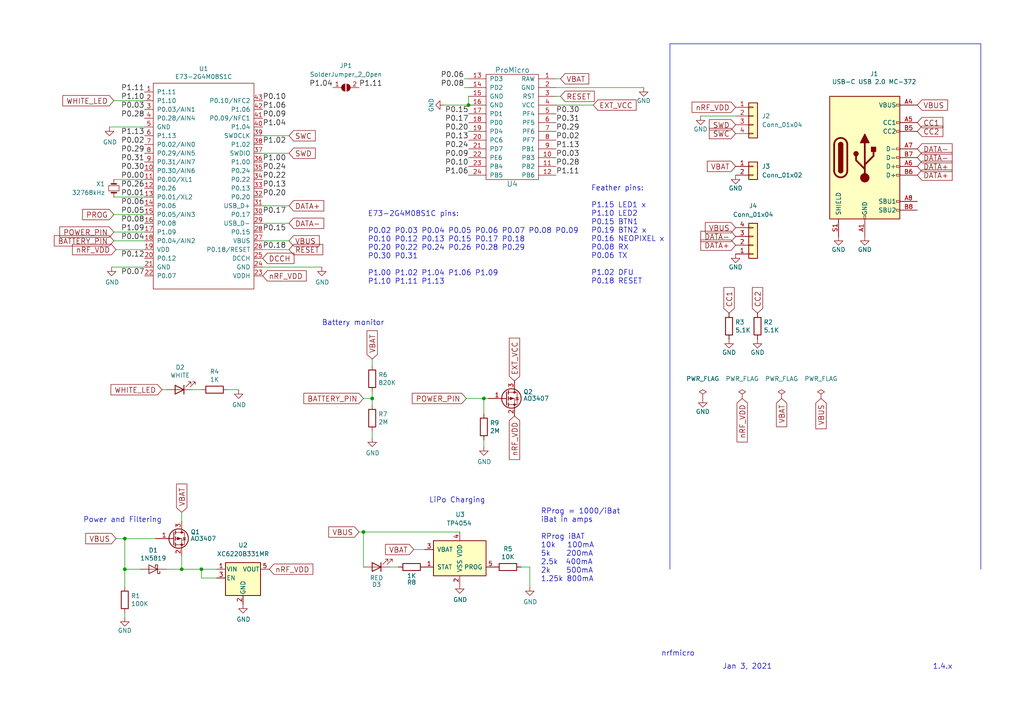
<source format=kicad_sch>
(kicad_sch (version 20230121) (generator eeschema)
  (paper "A4")
  (lib_symbols
    (symbol "Battery_Management:MCP73832-2-OT" (pin_names (offset 1.016))
      (property "Reference" "U" (at -7.62 6.35 0))
      (property "Value" "MCP73832-2-OT" (at 1.27 6.35 0))
      (symbol "MCP73832-2-OT_0_1"
        (rectangle (start -7.62 5.08) (end 7.62 -5.08) (stroke (width 0.254)) (fill (type background)))
      )
      (symbol "MCP73832-2-OT_1_1"
        (pin output line (at 10.16 -2.54 180) (length 2.54) (name "STAT") (number "1"))
        (pin power_in line (at 0 -7.62 90) (length 2.54) (name "VSS") (number "2"))
        (pin power_out line (at 10.16 2.54 180) (length 2.54) (name "VBAT") (number "3"))
        (pin power_in line (at 0 7.62 270) (length 2.54) (name "VDD") (number "4"))
        (pin input line (at -10.16 -2.54 0) (length 2.54) (name "PROG") (number "5"))
      )
    )
    (symbol "Connector:USB_C_Receptacle_USB2.0" (pin_names (offset 1.016))
      (property "Reference" "J" (at -10.16 19.05 0))
      (property "Value" "USB_C_Receptacle_USB2.0" (at 19.05 19.05 0))
      (symbol "USB_C_Receptacle_USB2.0_0_0"
        (rectangle (start -0.254 -17.78) (end 0.254 -16.764))
        (rectangle (start 10.16 -14.986) (end 9.144 -15.494))
        (rectangle (start 10.16 -12.446) (end 9.144 -12.954))
        (rectangle (start 10.16 -4.826) (end 9.144 -5.334))
        (rectangle (start 10.16 -2.286) (end 9.144 -2.794))
        (rectangle (start 10.16 0.254) (end 9.144 -0.254))
        (rectangle (start 10.16 2.794) (end 9.144 2.286))
        (rectangle (start 10.16 7.874) (end 9.144 7.366))
        (rectangle (start 10.16 10.414) (end 9.144 9.906))
        (rectangle (start 10.16 15.494) (end 9.144 14.986))
      )
      (symbol "USB_C_Receptacle_USB2.0_0_1"
        (rectangle (start -10.16 17.78) (end 10.16 -17.78) (stroke (width 0.254)) (fill (type background)))
        (arc (start -8.89 -3.81) (mid -6.985 -5.7067) (end -5.08 -3.81) (stroke (width 0.508)))
        (arc (start -7.62 -3.81) (mid -6.985 -4.4423) (end -6.35 -3.81) (stroke (width 0.254)))
        (arc (start -7.62 -3.81) (mid -6.985 -4.4423) (end -6.35 -3.81) (stroke (width 0.254)) (fill (type outline)))
        (rectangle (start -7.62 -3.81) (end -6.35 3.81) (stroke (width 0.254)) (fill (type outline)))
        (arc (start -6.35 3.81) (mid -6.985 4.4423) (end -7.62 3.81) (stroke (width 0.254)))
        (arc (start -6.35 3.81) (mid -6.985 4.4423) (end -7.62 3.81) (stroke (width 0.254)) (fill (type outline)))
        (arc (start -5.08 3.81) (mid -6.985 5.7067) (end -8.89 3.81) (stroke (width 0.508)))
        (circle (center -2.54 1.143) (radius 0.635) (stroke (width 0.254)) (fill (type outline)))
        (circle (center 0 -5.842) (radius 1.27) (fill (type outline)))
        (polyline (pts (xy -8.89 -3.81) (xy -8.89 3.81)) (stroke (width 0.508)))
        (polyline (pts (xy -5.08 3.81) (xy -5.08 -3.81)) (stroke (width 0.508)))
        (polyline (pts (xy 0 -5.842) (xy 0 4.318)) (stroke (width 0.508)))
        (polyline (pts (xy 0 -3.302) (xy -2.54 -0.762) (xy -2.54 0.508)) (stroke (width 0.508)))
        (polyline (pts (xy 0 -2.032) (xy 2.54 0.508) (xy 2.54 1.778)) (stroke (width 0.508)))
        (polyline (pts (xy -1.27 4.318) (xy 0 6.858) (xy 1.27 4.318) (xy -1.27 4.318)) (stroke (width 0.254)) (fill (type outline)))
        (rectangle (start 1.905 1.778) (end 3.175 3.048) (stroke (width 0.254)) (fill (type outline)))
      )
      (symbol "USB_C_Receptacle_USB2.0_1_1"
        (pin passive line (at 0 -22.86 90) (length 5.08) (name "GND") (number "A1"))
        (pin passive line (at 0 -22.86 90) (length 5.08) hide (name "GND") (number "A12"))
        (pin passive line (at 15.24 15.24 180) (length 5.08) (name "VBUS") (number "A4"))
        (pin bidirectional line (at 15.24 10.16 180) (length 5.08) (name "CC1") (number "A5"))
        (pin bidirectional line (at 15.24 -2.54 180) (length 5.08) (name "D+") (number "A6"))
        (pin bidirectional line (at 15.24 2.54 180) (length 5.08) (name "D-") (number "A7"))
        (pin bidirectional line (at 15.24 -12.7 180) (length 5.08) (name "SBU1") (number "A8"))
        (pin passive line (at 15.24 15.24 180) (length 5.08) hide (name "VBUS") (number "A9"))
        (pin passive line (at 0 -22.86 90) (length 5.08) hide (name "GND") (number "B1"))
        (pin passive line (at 0 -22.86 90) (length 5.08) hide (name "GND") (number "B12"))
        (pin passive line (at 15.24 15.24 180) (length 5.08) hide (name "VBUS") (number "B4"))
        (pin bidirectional line (at 15.24 7.62 180) (length 5.08) (name "CC2") (number "B5"))
        (pin bidirectional line (at 15.24 -5.08 180) (length 5.08) (name "D+") (number "B6"))
        (pin bidirectional line (at 15.24 0 180) (length 5.08) (name "D-") (number "B7"))
        (pin bidirectional line (at 15.24 -15.24 180) (length 5.08) (name "SBU2") (number "B8"))
        (pin passive line (at 15.24 15.24 180) (length 5.08) hide (name "VBUS") (number "B9"))
        (pin passive line (at -7.62 -22.86 90) (length 5.08) (name "SHIELD") (number "S1"))
      )
    )
    (symbol "Connector_Generic:Conn_01x02" (pin_names (offset 1.016) hide)
      (property "Reference" "J" (at 0 2.54 0))
      (property "Value" "Conn_01x02" (at 0 -5.08 0))
      (symbol "Conn_01x02_1_1"
        (rectangle (start -1.27 -2.413) (end 0 -2.667) (stroke (width 0.1524)))
        (rectangle (start -1.27 0.127) (end 0 -0.127) (stroke (width 0.1524)))
        (rectangle (start -1.27 1.27) (end 1.27 -3.81) (stroke (width 0.254)) (fill (type background)))
        (pin passive line (at -5.08 0 0) (length 3.81) (name "Pin_1") (number "1"))
        (pin passive line (at -5.08 -2.54 0) (length 3.81) (name "Pin_2") (number "2"))
      )
    )
    (symbol "Connector_Generic:Conn_01x04" (pin_names (offset 1.016) hide)
      (property "Reference" "J" (at 0 5.08 0))
      (property "Value" "Conn_01x04" (at 0 -7.62 0))
      (symbol "Conn_01x04_1_1"
        (rectangle (start -1.27 -4.953) (end 0 -5.207) (stroke (width 0.1524)))
        (rectangle (start -1.27 -2.413) (end 0 -2.667) (stroke (width 0.1524)))
        (rectangle (start -1.27 0.127) (end 0 -0.127) (stroke (width 0.1524)))
        (rectangle (start -1.27 2.667) (end 0 2.413) (stroke (width 0.1524)))
        (rectangle (start -1.27 3.81) (end 1.27 -6.35) (stroke (width 0.254)) (fill (type background)))
        (pin passive line (at -5.08 2.54 0) (length 3.81) (name "Pin_1") (number "1"))
        (pin passive line (at -5.08 0 0) (length 3.81) (name "Pin_2") (number "2"))
        (pin passive line (at -5.08 -2.54 0) (length 3.81) (name "Pin_3") (number "3"))
        (pin passive line (at -5.08 -5.08 0) (length 3.81) (name "Pin_4") (number "4"))
      )
    )
    (symbol "Device:Crystal_Small" (pin_numbers hide) (pin_names (offset 1.016) hide)
      (property "Reference" "Y" (at 0 2.54 0))
      (property "Value" "Crystal_Small" (at 0 -2.54 0))
      (symbol "Crystal_Small_0_1"
        (rectangle (start -0.762 -1.524) (end 0.762 1.524))
        (polyline (pts (xy -1.27 -0.762) (xy -1.27 0.762)) (stroke (width 0.381)))
        (polyline (pts (xy 1.27 -0.762) (xy 1.27 0.762)) (stroke (width 0.381)))
      )
      (symbol "Crystal_Small_1_1"
        (pin passive line (at -2.54 0 0) (length 1.27) (name "1") (number "1"))
        (pin passive line (at 2.54 0 180) (length 1.27) (name "2") (number "2"))
      )
    )
    (symbol "Device:LED" (pin_numbers hide) (pin_names (offset 1.016) hide)
      (property "Reference" "D" (at 0 2.54 0))
      (property "Value" "LED" (at 0 -2.54 0))
      (symbol "LED_0_1"
        (polyline (pts (xy -1.27 -1.27) (xy -1.27 1.27)) (stroke (width 0.254)))
        (polyline (pts (xy -1.27 0) (xy 1.27 0)))
        (polyline (pts (xy 1.27 -1.27) (xy 1.27 1.27) (xy -1.27 0) (xy 1.27 -1.27)) (stroke (width 0.254)))
        (polyline (pts (xy -3.048 -0.762) (xy -4.572 -2.286) (xy -3.81 -2.286) (xy -4.572 -2.286) (xy -4.572 -1.524)))
        (polyline (pts (xy -1.778 -0.762) (xy -3.302 -2.286) (xy -2.54 -2.286) (xy -3.302 -2.286) (xy -3.302 -1.524)))
      )
      (symbol "LED_1_1"
        (pin passive line (at -3.81 0 0) (length 2.54) (name "K") (number "1"))
        (pin passive line (at 3.81 0 180) (length 2.54) (name "A") (number "2"))
      )
    )
    (symbol "Device:R" (pin_numbers hide) (pin_names (offset 0))
      (property "Reference" "R" (at 2.032 0 90))
      (property "Value" "R" (at 0 0 90))
      (symbol "R_0_1"
        (rectangle (start -1.016 -2.54) (end 1.016 2.54) (stroke (width 0.254)))
      )
      (symbol "R_1_1"
        (pin passive line (at 0 3.81 270) (length 1.27) (name "~") (number "1"))
        (pin passive line (at 0 -3.81 90) (length 1.27) (name "~") (number "2"))
      )
    )
    (symbol "Jumper:SolderJumper_2_Open" (pin_names (offset 0) hide)
      (property "Reference" "JP" (at 0 2.032 0))
      (property "Value" "SolderJumper_2_Open" (at 0 -2.54 0))
      (symbol "SolderJumper_2_Open_0_1"
        (arc (start -0.254 1.016) (mid -1.2656 0) (end -0.254 -1.016))
        (arc (start -0.254 1.016) (mid -1.2656 0) (end -0.254 -1.016) (fill (type outline)))
        (polyline (pts (xy -0.254 1.016) (xy -0.254 -1.016)))
        (polyline (pts (xy 0.254 1.016) (xy 0.254 -1.016)))
        (arc (start 0.254 -1.016) (mid 1.2656 0) (end 0.254 1.016))
        (arc (start 0.254 -1.016) (mid 1.2656 0) (end 0.254 1.016) (fill (type outline)))
      )
      (symbol "SolderJumper_2_Open_1_1"
        (pin passive line (at -3.81 0 0) (length 2.54) (name "A") (number "1"))
        (pin passive line (at 3.81 0 180) (length 2.54) (name "B") (number "2"))
      )
    )
    (symbol "Regulator_Linear:AP2112K-3.3" (pin_names (offset 0.254))
      (property "Reference" "U" (at -5.08 5.715 0))
      (property "Value" "AP2112K-3.3" (at 0 5.715 0))
      (symbol "AP2112K-3.3_0_1"
        (rectangle (start -5.08 4.445) (end 5.08 -5.08) (stroke (width 0.254)) (fill (type background)))
      )
      (symbol "AP2112K-3.3_1_1"
        (pin power_in line (at -7.62 2.54 0) (length 2.54) (name "VIN") (number "1"))
        (pin power_in line (at 0 -7.62 90) (length 2.54) (name "GND") (number "2"))
        (pin input line (at -7.62 0 0) (length 2.54) (name "EN") (number "3"))
        (pin no_connect line (at 5.08 0 180) (length 2.54) hide (name "NC") (number "4"))
        (pin power_out line (at 7.62 2.54 180) (length 2.54) (name "VOUT") (number "5"))
      )
    )
    (symbol "nrfmicro-rescue:BSS83P" (pin_names (offset 0) hide)
      (property "Reference" "Q" (at 5.08 1.905 0))
      (property "Value" "BSS83P" (at 5.08 0 0))
      (symbol "BSS83P_0_1"
        (polyline (pts (xy 0 0) (xy 0.254 0)))
        (polyline (pts (xy 0.762 -1.778) (xy 2.54 -1.778)))
        (polyline (pts (xy 0.762 -1.27) (xy 0.762 -2.286)) (stroke (width 0.254)))
        (polyline (pts (xy 0.762 0) (xy 2.54 0)))
        (polyline (pts (xy 0.762 0.508) (xy 0.762 -0.508)) (stroke (width 0.254)))
        (polyline (pts (xy 0.762 1.778) (xy 2.54 1.778)))
        (polyline (pts (xy 0.762 2.286) (xy 0.762 1.27)) (stroke (width 0.254)))
        (polyline (pts (xy 2.54 -1.778) (xy 2.54 -2.54)))
        (polyline (pts (xy 2.54 -1.778) (xy 2.54 0)))
        (polyline (pts (xy 2.54 2.54) (xy 2.54 1.778)))
        (polyline (pts (xy 0.254 1.905) (xy 0.254 -1.905) (xy 0.254 -1.905)) (stroke (width 0.254)))
        (polyline (pts (xy 2.286 0) (xy 1.27 -0.381) (xy 1.27 0.381) (xy 2.286 0)) (fill (type outline)))
        (polyline (pts (xy 2.54 -1.778) (xy 3.302 -1.778) (xy 3.302 1.778) (xy 2.54 1.778)))
        (polyline (pts (xy 2.794 -0.508) (xy 2.921 -0.381) (xy 3.683 -0.381) (xy 3.81 -0.254)))
        (polyline (pts (xy 3.302 -0.381) (xy 2.921 0.254) (xy 3.683 0.254) (xy 3.302 -0.381)))
        (circle (center 1.651 0) (radius 2.8194) (stroke (width 0.254)))
        (circle (center 2.54 -1.778) (radius 0.2794) (fill (type outline)))
        (circle (center 2.54 1.778) (radius 0.2794) (fill (type outline)))
      )
      (symbol "BSS83P_1_1"
        (pin input line (at -5.08 0 0) (length 5.08) (name "G") (number "1"))
        (pin passive line (at 2.54 -5.08 90) (length 2.54) (name "S") (number "2"))
        (pin passive line (at 2.54 5.08 270) (length 2.54) (name "D") (number "3"))
      )
    )
    (symbol "nrfmicro-rescue:GND" (power) (pin_names (offset 0))
      (property "Value" "GND" (at 0 -3.81 0))
      (symbol "GND_0_1"
        (polyline (pts (xy 0 0) (xy 0 -1.27) (xy 1.27 -1.27) (xy 0 -2.54) (xy -1.27 -1.27) (xy 0 -1.27)))
      )
      (symbol "GND_1_1"
        (pin power_in line (at 0 0 270) (length 0) hide (name "GND") (number "1"))
      )
    )
    (symbol "nrfmicro-rescue:MBR0520" (pin_numbers hide) (pin_names (offset 1.016) hide)
      (property "Reference" "D" (at 0 2.54 0))
      (property "Value" "MBR0520" (at 0 -2.54 0))
      (symbol "MBR0520_0_1"
        (polyline (pts (xy 1.27 0) (xy -1.27 0)))
        (polyline (pts (xy 1.27 1.27) (xy 1.27 -1.27) (xy -1.27 0) (xy 1.27 1.27)) (stroke (width 0.2032)))
        (polyline (pts (xy -1.905 0.635) (xy -1.905 1.27) (xy -1.27 1.27) (xy -1.27 -1.27) (xy -0.635 -1.27) (xy -0.635 -0.635)) (stroke (width 0.2032)))
      )
      (symbol "MBR0520_1_1"
        (pin passive line (at -3.81 0 0) (length 2.54) (name "K") (number "1"))
        (pin passive line (at 3.81 0 180) (length 2.54) (name "A") (number "2"))
      )
    )
    (symbol "nrfmicro-rescue:ProMicro" (pin_names (offset 1.016))
      (property "Reference" "U" (at 0 -21.59 0))
      (property "Value" "ProMicro" (at 0 11.43 0))
      (symbol "ProMicro_0_1"
        (rectangle (start 7.62 10.16) (end -7.62 -20.32))
      )
      (symbol "ProMicro_1_1"
        (pin input line (at 12.7 8.89 180) (length 5.08) (name "RAW") (number "1"))
        (pin input line (at 12.7 -13.97 180) (length 5.08) (name "PB3") (number "10"))
        (pin input line (at 12.7 -16.51 180) (length 5.08) (name "PB2") (number "11"))
        (pin input line (at 12.7 -19.05 180) (length 5.08) (name "PB6") (number "12"))
        (pin input line (at -12.7 8.89 0) (length 5.08) (name "PD3") (number "13"))
        (pin input line (at -12.7 6.35 0) (length 5.08) (name "PD2") (number "14"))
        (pin input line (at -12.7 3.81 0) (length 5.08) (name "GND") (number "15"))
        (pin input line (at -12.7 1.27 0) (length 5.08) (name "GND") (number "16"))
        (pin input line (at -12.7 -1.27 0) (length 5.08) (name "PD1") (number "17"))
        (pin input line (at -12.7 -3.81 0) (length 5.08) (name "PD0") (number "18"))
        (pin input line (at -12.7 -6.35 0) (length 5.08) (name "PD4") (number "19"))
        (pin input line (at 12.7 6.35 180) (length 5.08) (name "GND") (number "2"))
        (pin input line (at -12.7 -8.89 0) (length 5.08) (name "PC6") (number "20"))
        (pin input line (at -12.7 -11.43 0) (length 5.08) (name "PD7") (number "21"))
        (pin input line (at -12.7 -13.97 0) (length 5.08) (name "PE6") (number "22"))
        (pin input line (at -12.7 -16.51 0) (length 5.08) (name "PB4") (number "23"))
        (pin input line (at -12.7 -19.05 0) (length 5.08) (name "PB5") (number "24"))
        (pin input line (at 12.7 3.81 180) (length 5.08) (name "RST") (number "3"))
        (pin input line (at 12.7 1.27 180) (length 5.08) (name "VCC") (number "4"))
        (pin input line (at 12.7 -1.27 180) (length 5.08) (name "PF4") (number "5"))
        (pin input line (at 12.7 -3.81 180) (length 5.08) (name "PF5") (number "6"))
        (pin input line (at 12.7 -6.35 180) (length 5.08) (name "PF6") (number "7"))
        (pin input line (at 12.7 -8.89 180) (length 5.08) (name "PF7") (number "8"))
        (pin input line (at 12.7 -11.43 180) (length 5.08) (name "PB1") (number "9"))
      )
    )
    (symbol "nrfmicro-rescue:R" (pin_numbers hide) (pin_names (offset 0))
      (property "Reference" "R" (at 2.032 0 90))
      (property "Value" "R" (at 0 0 90))
      (symbol "R_0_1"
        (rectangle (start -1.016 -2.54) (end 1.016 2.54) (stroke (width 0.254)))
      )
      (symbol "R_1_1"
        (pin passive line (at 0 3.81 270) (length 1.27) (name "~") (number "1"))
        (pin passive line (at 0 -3.81 90) (length 1.27) (name "~") (number "2"))
      )
    )
    (symbol "nrfmicro:E73-2G4M08S1C-52840" (pin_names (offset 1.016))
      (property "Reference" "U" (at 0 29.21 0))
      (property "Value" "E73-2G4M08S1C-52840" (at 0 -27.94 0))
      (symbol "E73-2G4M08S1C-52840_0_1"
        (rectangle (start -15.24 30.48) (end 13.97 -29.21))
      )
      (symbol "E73-2G4M08S1C-52840_1_1"
        (pin input line (at -17.78 27.94 0) (length 2.54) (name "P1.11") (number "1"))
        (pin input line (at -17.78 5.08 0) (length 2.54) (name "P0.30/AIN6") (number "10"))
        (pin input line (at -17.78 2.54 0) (length 2.54) (name "P0.00/XL1") (number "11"))
        (pin input line (at -17.78 0 0) (length 2.54) (name "P0.26") (number "12"))
        (pin input line (at -17.78 -2.54 0) (length 2.54) (name "P0.01/XL2") (number "13"))
        (pin input line (at -17.78 -5.08 0) (length 2.54) (name "P0.06") (number "14"))
        (pin input line (at -17.78 -7.62 0) (length 2.54) (name "P0.05/AIN3") (number "15"))
        (pin input line (at -17.78 -10.16 0) (length 2.54) (name "P0.08") (number "16"))
        (pin input line (at -17.78 -12.7 0) (length 2.54) (name "P1.09") (number "17"))
        (pin input line (at -17.78 -15.24 0) (length 2.54) (name "P0.04/AIN2") (number "18"))
        (pin power_in line (at -17.78 -17.78 0) (length 2.54) (name "VDD") (number "19"))
        (pin input line (at -17.78 25.4 0) (length 2.54) (name "P1.10") (number "2"))
        (pin input line (at -17.78 -20.32 0) (length 2.54) (name "P0.12") (number "20"))
        (pin power_in line (at -17.78 -22.86 0) (length 2.54) (name "GND") (number "21"))
        (pin input line (at -17.78 -25.4 0) (length 2.54) (name "P0.07") (number "22"))
        (pin power_in line (at 16.51 -25.4 180) (length 2.54) (name "VDDH") (number "23"))
        (pin power_in line (at 16.51 -22.86 180) (length 2.54) (name "GND") (number "24"))
        (pin power_out line (at 16.51 -20.32 180) (length 2.54) (name "DCCH") (number "25"))
        (pin input line (at 16.51 -17.78 180) (length 2.54) (name "P0.18/RESET") (number "26"))
        (pin power_in line (at 16.51 -15.24 180) (length 2.54) (name "VBUS") (number "27"))
        (pin power_in line (at 16.51 -12.7 180) (length 2.54) (name "P0.15") (number "28"))
        (pin input line (at 16.51 -10.16 180) (length 2.54) (name "USB_D-") (number "29"))
        (pin input line (at -17.78 22.86 0) (length 2.54) (name "P0.03/AIN1") (number "3"))
        (pin input line (at 16.51 -7.62 180) (length 2.54) (name "P0.17") (number "30"))
        (pin input line (at 16.51 -5.08 180) (length 2.54) (name "USB_D+") (number "31"))
        (pin input line (at 16.51 -2.54 180) (length 2.54) (name "P0.20") (number "32"))
        (pin input line (at 16.51 0 180) (length 2.54) (name "P0.13") (number "33"))
        (pin input line (at 16.51 2.54 180) (length 2.54) (name "P0.22") (number "34"))
        (pin input line (at 16.51 5.08 180) (length 2.54) (name "P0.24") (number "35"))
        (pin input line (at 16.51 7.62 180) (length 2.54) (name "P1.00") (number "36"))
        (pin input line (at 16.51 10.16 180) (length 2.54) (name "SWDIO") (number "37"))
        (pin input line (at 16.51 12.7 180) (length 2.54) (name "P1.02") (number "38"))
        (pin input line (at 16.51 15.24 180) (length 2.54) (name "SWDCLK") (number "39"))
        (pin input line (at -17.78 20.32 0) (length 2.54) (name "P0.28/AIN4") (number "4"))
        (pin input line (at 16.51 17.78 180) (length 2.54) (name "P1.04") (number "40"))
        (pin input line (at 16.51 20.32 180) (length 2.54) (name "P0.09/NFC1") (number "41"))
        (pin input line (at 16.51 22.86 180) (length 2.54) (name "P1.06") (number "42"))
        (pin input line (at 16.51 25.4 180) (length 2.54) (name "P0.10/NFC2") (number "43"))
        (pin power_in line (at -17.78 17.78 0) (length 2.54) (name "GND") (number "5"))
        (pin input line (at -17.78 15.24 0) (length 2.54) (name "P1.13") (number "6"))
        (pin input line (at -17.78 12.7 0) (length 2.54) (name "P0.02/AIN0") (number "7"))
        (pin input line (at -17.78 10.16 0) (length 2.54) (name "P0.29/AIN5") (number "8"))
        (pin input line (at -17.78 7.62 0) (length 2.54) (name "P0.31/AIN7") (number "9"))
      )
    )
    (symbol "power:GND" (power) (pin_names (offset 0))
      (property "Value" "GND" (at 0 -3.81 0))
      (symbol "GND_0_1"
        (polyline (pts (xy 0 0) (xy 0 -1.27) (xy 1.27 -1.27) (xy 0 -2.54) (xy -1.27 -1.27) (xy 0 -1.27)))
      )
      (symbol "GND_1_1"
        (pin power_in line (at 0 0 270) (length 0) hide (name "GND") (number "1"))
      )
    )
    (symbol "power:PWR_FLAG" (power) (pin_numbers hide) (pin_names (offset 0) hide)
      (property "Value" "PWR_FLAG" (at 0 3.81 0))
      (symbol "PWR_FLAG_0_0"
        (pin power_out line (at 0 0 90) (length 0) (name "pwr") (number "1"))
      )
      (symbol "PWR_FLAG_0_1"
        (polyline (pts (xy 0 0) (xy 0 1.27) (xy -1.016 1.905) (xy 0 2.54) (xy 1.016 1.905) (xy 0 1.27)))
      )
    )
  )
  (junction (at 135.89 30.48))
  (junction (at 107.95 115.57))
  (junction (at 140.335 115.57))
  (junction (at 36.195 156.21))
  (junction (at 58.42 165.1))
  (junction (at 105.41 154.305))
  (junction (at 52.705 165.1))
  (junction (at 36.195 165.1))
  (wire (pts (xy 120.015 159.385) (xy 123.19 159.385)))
  (wire (pts (xy 83.82 72.39) (xy 76.2 72.39)))
  (wire (pts (xy 161.29 22.86) (xy 162.56 22.86)))
  (wire (pts (xy 107.95 125.095) (xy 107.95 127)))
  (wire (pts (xy 104.14 154.305) (xy 105.41 154.305)))
  (wire (pts (xy 161.29 27.94) (xy 162.56 27.94)))
  (wire (pts (xy 33.02 62.23) (xy 41.91 62.23)))
  (wire (pts (xy 41.91 29.21) (xy 33.02 29.21)))
  (polyline (pts (xy 194.31 12.7) (xy 284.48 12.7)))
  (wire (pts (xy 36.195 177.8) (xy 36.195 179.07)))
  (wire (pts (xy 161.29 30.48) (xy 172.085 30.48)))
  (wire (pts (xy 105.41 164.465) (xy 105.41 154.305)))
  (wire (pts (xy 55.88 113.03) (xy 58.42 113.03)))
  (wire (pts (xy 140.335 115.57) (xy 141.605 115.57)))
  (wire (pts (xy 83.82 69.85) (xy 76.2 69.85)))
  (wire (pts (xy 58.42 167.64) (xy 58.42 165.1)))
  (wire (pts (xy 33.02 57.15) (xy 41.91 57.15)))
  (wire (pts (xy 140.335 127.635) (xy 140.335 129.54)))
  (polyline (pts (xy 194.31 165.1) (xy 194.31 12.7)))
  (wire (pts (xy 135.255 115.57) (xy 140.335 115.57)))
  (wire (pts (xy 36.195 165.1) (xy 36.195 170.18)))
  (wire (pts (xy 83.82 44.45) (xy 76.2 44.45)))
  (wire (pts (xy 83.82 64.77) (xy 76.2 64.77)))
  (wire (pts (xy 151.13 164.465) (xy 153.67 164.465)))
  (wire (pts (xy 33.02 52.07) (xy 41.91 52.07)))
  (wire (pts (xy 52.705 148.59) (xy 52.705 151.13)))
  (wire (pts (xy 36.195 156.21) (xy 33.655 156.21)))
  (wire (pts (xy 203.2 33.655) (xy 213.36 33.655)))
  (wire (pts (xy 41.91 77.47) (xy 32.385 77.47)))
  (wire (pts (xy 105.41 115.57) (xy 107.95 115.57)))
  (wire (pts (xy 113.03 164.465) (xy 115.57 164.465)))
  (wire (pts (xy 52.705 165.1) (xy 58.42 165.1)))
  (wire (pts (xy 135.89 27.94) (xy 135.89 30.48)))
  (wire (pts (xy 36.195 165.1) (xy 40.64 165.1)))
  (polyline (pts (xy 284.48 12.7) (xy 284.48 165.1)))
  (wire (pts (xy 52.705 161.29) (xy 52.705 165.1)))
  (wire (pts (xy 134.62 25.4) (xy 135.89 25.4)))
  (wire (pts (xy 161.29 25.4) (xy 186.69 25.4)))
  (wire (pts (xy 76.2 77.47) (xy 93.345 77.47)))
  (wire (pts (xy 135.89 30.48) (xy 128.905 30.48)))
  (wire (pts (xy 36.195 156.21) (xy 36.195 165.1)))
  (wire (pts (xy 62.865 167.64) (xy 58.42 167.64)))
  (wire (pts (xy 105.41 154.305) (xy 133.35 154.305)))
  (wire (pts (xy 83.82 59.69) (xy 76.2 59.69)))
  (wire (pts (xy 48.26 165.1) (xy 52.705 165.1)))
  (wire (pts (xy 107.95 104.14) (xy 107.95 106.045)))
  (wire (pts (xy 41.91 69.85) (xy 33.02 69.85)))
  (wire (pts (xy 83.82 39.37) (xy 76.2 39.37)))
  (wire (pts (xy 31.75 36.83) (xy 41.91 36.83)))
  (wire (pts (xy 46.99 113.03) (xy 48.26 113.03)))
  (wire (pts (xy 33.02 67.31) (xy 41.91 67.31)))
  (wire (pts (xy 41.91 72.39) (xy 33.655 72.39)))
  (wire (pts (xy 66.04 113.03) (xy 69.215 113.03)))
  (wire (pts (xy 107.95 113.665) (xy 107.95 115.57)))
  (wire (pts (xy 153.67 164.465) (xy 153.67 170.18)))
  (wire (pts (xy 134.62 22.86) (xy 135.89 22.86)))
  (wire (pts (xy 140.335 120.015) (xy 140.335 115.57)))
  (wire (pts (xy 36.195 156.21) (xy 45.085 156.21)))
  (wire (pts (xy 107.95 115.57) (xy 107.95 117.475)))
  (wire (pts (xy 58.42 165.1) (xy 62.865 165.1)))
  (text "LiPo Charging\n" (at 124.46 146.05 0) (effects (font (size 1.524 1.524)) (justify left bottom)))
  (text "Jan 3, 2021" (at 209.55 194.31 0) (effects (font (size 1.524 1.524)) (justify left bottom)))
  (text "1.4.x" (at 270.51 194.31 0) (effects (font (size 1.524 1.524)) (justify left bottom)))
  (text "RProg = 1000/iBat\niBat in amps\n\nRProg iBAT\n10k   100mA\n5k    200mA\n2.5k  400mA\n2k    500mA\n1.25k 800mA" (at 156.845 168.91 0) (effects (font (size 1.524 1.524)) (justify left bottom)))
  (text "Power and Filtering" (at 24.13 151.765 0) (effects (font (size 1.524 1.524)) (justify left bottom)))
  (text "nrfmicro" (at 191.77 190.5 0) (effects (font (size 1.524 1.524)) (justify left bottom)))
  (text "Battery monitor" (at 93.345 94.615 0) (effects (font (size 1.524 1.524)) (justify left bottom)))
  (text "E73-2G4M08S1C pins:\n\nP0.02 P0.03 P0.04 P0.05 P0.06 P0.07 P0.08 P0.09\nP0.10 P0.12 P0.13 P0.15 P0.17 P0.18\nP0.20 P0.22 P0.24 P0.26 P0.28 P0.29\nP0.30 P0.31\n\nP1.00 P1.02 P1.04 P1.06 P1.09\nP1.10 P1.11 P1.13\n\n" (at 106.68 85.09 0) (effects (font (size 1.524 1.524)) (justify left bottom)))
  (text "Feather pins:\n\nP1.15 LED1 x\nP1.10 LED2\nP0.15 BTN1\nP0.19 BTN2 x\nP0.16 NEOPIXEL x\nP0.08 RX\nP0.06 TX\n\nP1.02 DFU\nP0.18 RESET\n" (at 171.45 82.55 0) (effects (font (size 1.524 1.524)) (justify left bottom)))
  (label "P0.15" (at 76.2 67.31 0) (effects (font (size 1.524 1.524))))
  (label "P0.15" (at 135.89 33.02 180) (effects (font (size 1.524 1.524))))
  (label "P0.03" (at 161.29 45.72 0) (effects (font (size 1.524 1.524))))
  (label "P0.28" (at 41.91 34.29 180) (effects (font (size 1.524 1.524))))
  (label "P0.26" (at 41.91 54.61 180) (effects (font (size 1.524 1.524))))
  (label "P0.29" (at 41.91 44.45 180) (effects (font (size 1.524 1.524))))
  (label "P0.08" (at 134.62 25.4 180) (effects (font (size 1.524 1.524))))
  (label "P0.06" (at 41.91 59.69 180) (effects (font (size 1.524 1.524))))
  (label "P0.30" (at 41.91 49.53 180) (effects (font (size 1.524 1.524))))
  (label "P1.06" (at 135.89 50.8 180) (effects (font (size 1.524 1.524))))
  (label "P0.04" (at 41.91 69.85 180) (effects (font (size 1.524 1.524))))
  (label "P0.29" (at 161.29 38.1 0) (effects (font (size 1.524 1.524))))
  (label "P0.12" (at 41.91 74.93 180) (effects (font (size 1.524 1.524))))
  (label "P0.10" (at 135.89 48.26 180) (effects (font (size 1.524 1.524))))
  (label "P0.08" (at 41.91 64.77 180) (effects (font (size 1.524 1.524))))
  (label "P0.22" (at 76.2 52.07 0) (effects (font (size 1.524 1.524))))
  (label "P0.17" (at 76.2 62.23 0) (effects (font (size 1.524 1.524))))
  (label "P1.11" (at 161.29 50.8 0) (effects (font (size 1.524 1.524))))
  (label "P0.20" (at 76.2 57.15 0) (effects (font (size 1.524 1.524))))
  (label "P1.09" (at 41.91 67.31 180) (effects (font (size 1.524 1.524))))
  (label "P0.24" (at 135.89 43.18 180) (effects (font (size 1.524 1.524))))
  (label "P1.02" (at 76.2 41.91 0) (effects (font (size 1.524 1.524))))
  (label "P0.31" (at 161.29 35.56 0) (effects (font (size 1.524 1.524))))
  (label "P1.11" (at 41.91 26.67 180) (effects (font (size 1.524 1.524))))
  (label "P1.04" (at 76.2 36.83 0) (effects (font (size 1.524 1.524))))
  (label "P0.24" (at 76.2 49.53 0) (effects (font (size 1.524 1.524))))
  (label "P1.13" (at 161.29 43.18 0) (effects (font (size 1.524 1.524))))
  (label "P0.09" (at 135.89 45.72 180) (effects (font (size 1.524 1.524))))
  (label "P1.11" (at 104.14 25.4 0) (effects (font (size 1.524 1.524))))
  (label "P0.00" (at 41.91 52.07 180) (effects (font (size 1.524 1.524))))
  (label "P0.02" (at 161.29 40.64 0) (effects (font (size 1.524 1.524))))
  (label "P0.05" (at 41.91 62.23 180) (effects (font (size 1.524 1.524))))
  (label "P0.20" (at 135.89 38.1 180) (effects (font (size 1.524 1.524))))
  (label "P1.13" (at 41.91 39.37 180) (effects (font (size 1.524 1.524))))
  (label "P0.30" (at 161.29 33.02 0) (effects (font (size 1.524 1.524))))
  (label "P0.17" (at 135.89 35.56 180) (effects (font (size 1.524 1.524))))
  (label "P0.13" (at 135.89 40.64 180) (effects (font (size 1.524 1.524))))
  (label "P0.06" (at 134.62 22.86 180) (effects (font (size 1.524 1.524))))
  (label "P0.09" (at 76.2 34.29 0) (effects (font (size 1.524 1.524))))
  (label "P1.06" (at 76.2 31.75 0) (effects (font (size 1.524 1.524))))
  (label "P0.31" (at 41.91 46.99 180) (effects (font (size 1.524 1.524))))
  (label "P0.07" (at 41.91 80.01 180) (effects (font (size 1.524 1.524))))
  (label "P0.28" (at 161.29 48.26 0) (effects (font (size 1.524 1.524))))
  (label "P0.10" (at 76.2 29.21 0) (effects (font (size 1.524 1.524))))
  (label "P1.10" (at 41.91 29.21 180) (effects (font (size 1.524 1.524))))
  (label "P1.00" (at 76.2 46.99 0) (effects (font (size 1.524 1.524))))
  (label "P0.18" (at 76.2 72.39 0) (effects (font (size 1.524 1.524))))
  (label "P0.03" (at 41.91 31.75 180) (effects (font (size 1.524 1.524))))
  (label "P1.04" (at 96.52 25.4 180) (effects (font (size 1.524 1.524))))
  (label "P0.01" (at 41.91 57.15 180) (effects (font (size 1.524 1.524))))
  (label "P0.13" (at 76.2 54.61 0) (effects (font (size 1.524 1.524))))
  (label "P0.02" (at 41.91 41.91 180) (effects (font (size 1.524 1.524))))
  (global_label "nRF_VDD" (shape input) (at 149.225 120.65 270) (effects (font (size 1.524 1.524))) (property "Intersheetrefs" "${INTERSHEET_REFS}" (effects hide)))
  (global_label "VBUS" (shape input) (at 238.125 115.57 270) (effects (font (size 1.524 1.524))) (property "Intersheetrefs" "${INTERSHEET_REFS}" (effects hide)))
  (global_label "POWER_PIN" (shape input) (at 135.255 115.57 180) (effects (font (size 1.524 1.524))) (property "Intersheetrefs" "${INTERSHEET_REFS}" (effects hide)))
  (global_label "DATA-" (shape input) (at 83.82 64.77 0) (effects (font (size 1.524 1.524))) (property "Intersheetrefs" "${INTERSHEET_REFS}" (effects hide)))
  (global_label "nRF_VDD" (shape input) (at 33.655 72.39 180) (effects (font (size 1.524 1.524))) (property "Intersheetrefs" "${INTERSHEET_REFS}" (effects hide)))
  (global_label "SWC" (shape input) (at 83.82 39.37 0) (effects (font (size 1.524 1.524))) (property "Intersheetrefs" "${INTERSHEET_REFS}" (effects hide)))
  (global_label "VBUS" (shape input) (at 266.065 30.48 0) (effects (font (size 1.524 1.524))) (property "Intersheetrefs" "${INTERSHEET_REFS}" (effects hide)))
  (global_label "CC1" (shape input) (at 211.455 90.805 90) (effects (font (size 1.524 1.524))) (property "Intersheetrefs" "${INTERSHEET_REFS}" (effects hide)))
  (global_label "DATA+" (shape input) (at 266.065 50.8 0) (effects (font (size 1.524 1.524))) (property "Intersheetrefs" "${INTERSHEET_REFS}" (effects hide)))
  (global_label "nRF_VDD" (shape input) (at 213.36 31.115 180) (effects (font (size 1.524 1.524))) (property "Intersheetrefs" "${INTERSHEET_REFS}" (effects hide)))
  (global_label "CC2" (shape input) (at 266.065 38.1 0) (effects (font (size 1.524 1.524))) (property "Intersheetrefs" "${INTERSHEET_REFS}" (effects hide)))
  (global_label "CC2" (shape input) (at 219.71 90.805 90) (effects (font (size 1.524 1.524))) (property "Intersheetrefs" "${INTERSHEET_REFS}" (effects hide)))
  (global_label "VBAT" (shape input) (at 226.695 115.57 270) (effects (font (size 1.524 1.524))) (property "Intersheetrefs" "${INTERSHEET_REFS}" (effects hide)))
  (global_label "VBUS" (shape input) (at 33.655 156.21 180) (effects (font (size 1.524 1.524))) (property "Intersheetrefs" "${INTERSHEET_REFS}" (effects hide)))
  (global_label "SWD" (shape input) (at 213.36 36.195 180) (effects (font (size 1.524 1.524))) (property "Intersheetrefs" "${INTERSHEET_REFS}" (effects hide)))
  (global_label "VBAT" (shape input) (at 213.36 48.26 180) (effects (font (size 1.524 1.524))) (property "Intersheetrefs" "${INTERSHEET_REFS}" (effects hide)))
  (global_label "DCCH" (shape input) (at 76.2 74.93 0) (effects (font (size 1.524 1.524))) (property "Intersheetrefs" "${INTERSHEET_REFS}" (effects hide)))
  (global_label "DATA-" (shape input) (at 213.36 68.58 180) (effects (font (size 1.524 1.524))) (property "Intersheetrefs" "${INTERSHEET_REFS}" (effects hide)))
  (global_label "POWER_PIN" (shape input) (at 33.02 67.31 180) (effects (font (size 1.524 1.524))) (property "Intersheetrefs" "${INTERSHEET_REFS}" (effects hide)))
  (global_label "nRF_VDD" (shape input) (at 76.2 80.01 0) (effects (font (size 1.524 1.524))) (property "Intersheetrefs" "${INTERSHEET_REFS}" (effects hide)))
  (global_label "CC1" (shape input) (at 266.065 35.56 0) (effects (font (size 1.524 1.524))) (property "Intersheetrefs" "${INTERSHEET_REFS}" (effects hide)))
  (global_label "nRF_VDD" (shape input) (at 78.105 165.1 0) (effects (font (size 1.524 1.524))) (property "Intersheetrefs" "${INTERSHEET_REFS}" (effects hide)))
  (global_label "VBUS" (shape input) (at 83.82 69.85 0) (effects (font (size 1.524 1.524))) (property "Intersheetrefs" "${INTERSHEET_REFS}" (effects hide)))
  (global_label "RESET" (shape input) (at 83.82 72.39 0) (effects (font (size 1.524 1.524))) (property "Intersheetrefs" "${INTERSHEET_REFS}" (effects hide)))
  (global_label "VBAT" (shape input) (at 107.95 104.14 90) (effects (font (size 1.524 1.524))) (property "Intersheetrefs" "${INTERSHEET_REFS}" (effects hide)))
  (global_label "SWC" (shape input) (at 213.36 38.735 180) (effects (font (size 1.524 1.524))) (property "Intersheetrefs" "${INTERSHEET_REFS}" (effects hide)))
  (global_label "SWD" (shape input) (at 83.82 44.45 0) (effects (font (size 1.524 1.524))) (property "Intersheetrefs" "${INTERSHEET_REFS}" (effects hide)))
  (global_label "nRF_VDD" (shape input) (at 215.265 115.57 270) (effects (font (size 1.524 1.524))) (property "Intersheetrefs" "${INTERSHEET_REFS}" (effects hide)))
  (global_label "VBAT" (shape input) (at 162.56 22.86 0) (effects (font (size 1.524 1.524))) (property "Intersheetrefs" "${INTERSHEET_REFS}" (effects hide)))
  (global_label "VBUS" (shape input) (at 213.36 66.04 180) (effects (font (size 1.524 1.524))) (property "Intersheetrefs" "${INTERSHEET_REFS}" (effects hide)))
  (global_label "BATTERY_PIN" (shape input) (at 105.41 115.57 180) (effects (font (size 1.524 1.524))) (property "Intersheetrefs" "${INTERSHEET_REFS}" (effects hide)))
  (global_label "VBUS" (shape input) (at 104.14 154.305 180) (effects (font (size 1.524 1.524))) (property "Intersheetrefs" "${INTERSHEET_REFS}" (effects hide)))
  (global_label "WHITE_LED" (shape input) (at 33.02 29.21 180) (effects (font (size 1.524 1.524))) (property "Intersheetrefs" "${INTERSHEET_REFS}" (effects hide)))
  (global_label "DATA+" (shape input) (at 213.36 71.12 180) (effects (font (size 1.524 1.524))) (property "Intersheetrefs" "${INTERSHEET_REFS}" (effects hide)))
  (global_label "DATA+" (shape input) (at 266.065 48.26 0) (effects (font (size 1.524 1.524))) (property "Intersheetrefs" "${INTERSHEET_REFS}" (effects hide)))
  (global_label "DATA+" (shape input) (at 83.82 59.69 0) (effects (font (size 1.524 1.524))) (property "Intersheetrefs" "${INTERSHEET_REFS}" (effects hide)))
  (global_label "DATA-" (shape input) (at 266.065 45.72 0) (effects (font (size 1.524 1.524))) (property "Intersheetrefs" "${INTERSHEET_REFS}" (effects hide)))
  (global_label "DATA-" (shape input) (at 266.065 43.18 0) (effects (font (size 1.524 1.524))) (property "Intersheetrefs" "${INTERSHEET_REFS}" (effects hide)))
  (global_label "EXT_VCC" (shape input) (at 149.225 110.49 90) (effects (font (size 1.524 1.524))) (property "Intersheetrefs" "${INTERSHEET_REFS}" (effects hide)))
  (global_label "BATTERY_PIN" (shape input) (at 33.02 69.85 180) (effects (font (size 1.524 1.524))) (property "Intersheetrefs" "${INTERSHEET_REFS}" (effects hide)))
  (global_label "VBAT" (shape input) (at 120.015 159.385 180) (effects (font (size 1.524 1.524))) (property "Intersheetrefs" "${INTERSHEET_REFS}" (effects hide)))
  (global_label "EXT_VCC" (shape input) (at 172.085 30.48 0) (effects (font (size 1.524 1.524))) (property "Intersheetrefs" "${INTERSHEET_REFS}" (effects hide)))
  (global_label "WHITE_LED" (shape input) (at 46.99 113.03 180) (effects (font (size 1.524 1.524))) (property "Intersheetrefs" "${INTERSHEET_REFS}" (effects hide)))
  (global_label "PROG" (shape input) (at 33.02 62.23 180) (effects (font (size 1.524 1.524))) (property "Intersheetrefs" "${INTERSHEET_REFS}" (effects hide)))
  (global_label "RESET" (shape input) (at 162.56 27.94 0) (effects (font (size 1.524 1.524))) (property "Intersheetrefs" "${INTERSHEET_REFS}" (effects hide)))
  (global_label "VBAT" (shape input) (at 52.705 148.59 90) (effects (font (size 1.524 1.524))) (property "Intersheetrefs" "${INTERSHEET_REFS}" (effects hide)))
  (symbol (lib_id "nrfmicro-rescue:ProMicro") (at 148.59 31.75 0) (unit 1) (in_bom no)
    (property "Reference" "U4" (at 148.59 53.34 0) (effects (font (size 1.524 1.524))))
    (property "Value" "ProMicro" (at 148.59 20.32 0) (effects (font (size 1.524 1.524))))
    (property "Footprint" "nrfmicro:pro_micro" (effects hide))
  )
  (symbol (lib_id "nrfmicro-rescue:MBR0520") (at 44.45 165.1 180) (unit 1)
    (property "Reference" "D1" (at 44.45 159.6136 0))
    (property "Value" "1N5819" (at 44.45 161.925 0))
    (property "Footprint" "Diode_SMD:D_SOD-323F" (effects hide))
  )
  (symbol (lib_id "nrfmicro-rescue:BSS83P") (at 50.165 156.21 0) (unit 1)
    (property "Reference" "Q1" (at 55.245 154.305 0) (effects (justify left)))
    (property "Value" "AO3407" (at 55.245 156.21 0) (effects (justify left)))
    (property "Footprint" "Package_TO_SOT_SMD:SOT-23" (effects hide))
    (property "JLCPCB Rotation Offset" "180" (effects hide))
  )
  (symbol (lib_id "nrfmicro-rescue:R") (at 36.195 173.99 0) (unit 1)
    (property "Reference" "R1" (at 37.973 172.8216 0) (effects (justify left)))
    (property "Value" "100K" (at 37.973 175.133 0) (effects (justify left)))
    (property "Footprint" "Resistor_SMD:R_0402_1005Metric" (effects hide))
  )
  (symbol (lib_id "nrfmicro-rescue:GND") (at 36.195 179.07 0) (unit 1)
    (property "Reference" "#PWR017" (effects hide))
    (property "Value" "GND" (at 36.195 182.88 0))
  )
  (symbol (lib_id "nrfmicro:E73-2G4M08S1C-52840") (at 59.69 54.61 0) (unit 1)
    (property "Reference" "U1" (at 59.055 19.939 0))
    (property "Value" "E73-2G4M08S1C" (at 59.055 22.2504 0))
    (property "Footprint" "nrfmicro:E73-2G4M08S1C-52840" (effects hide))
  )
  (symbol (lib_id "Connector:USB_C_Receptacle_USB2.0") (at 250.825 45.72 0) (unit 1)
    (property "Reference" "J1" (at 253.5428 21.4122 0))
    (property "Value" "USB-C USB 2.0 MC-372" (at 253.5428 23.7236 0))
    (property "Footprint" "custom:GT-USB-7047B" (effects hide))
    (property "Datasheet" "https://www.usb.org/sites/default/files/documents/usb_type-c.zip" (effects hide))
    (property "LCSC" "C963217" (effects hide))
  )
  (symbol (lib_id "power:GND") (at 133.35 169.545 0) (unit 1)
    (property "Reference" "#PWR0103" (effects hide))
    (property "Value" "GND" (at 133.477 173.9392 0))
  )
  (symbol (lib_id "power:GND") (at 31.75 36.83 0) (unit 1)
    (property "Reference" "#PWR0107" (effects hide))
    (property "Value" "GND" (at 31.877 41.2242 0))
  )
  (symbol (lib_id "power:GND") (at 32.385 77.47 0) (unit 1)
    (property "Reference" "#PWR0108" (effects hide))
    (property "Value" "GND" (at 32.512 81.8642 0))
  )
  (symbol (lib_id "power:GND") (at 93.345 77.47 0) (unit 1)
    (property "Reference" "#PWR0109" (effects hide))
    (property "Value" "GND" (at 93.472 81.8642 0))
  )
  (symbol (lib_id "Device:R") (at 211.455 94.615 0) (unit 1)
    (property "Reference" "R3" (at 213.233 93.4466 0) (effects (justify left)))
    (property "Value" "5.1K" (at 213.233 95.758 0) (effects (justify left)))
    (property "Footprint" "Resistor_SMD:R_0402_1005Metric" (effects hide))
  )
  (symbol (lib_id "Device:R") (at 219.71 94.615 0) (unit 1)
    (property "Reference" "R2" (at 221.488 93.4466 0) (effects (justify left)))
    (property "Value" "5.1K" (at 221.488 95.758 0) (effects (justify left)))
    (property "Footprint" "Resistor_SMD:R_0402_1005Metric" (effects hide))
  )
  (symbol (lib_id "nrfmicro-rescue:GND") (at 219.71 98.425 0) (unit 1)
    (property "Reference" "#PWR0101" (effects hide))
    (property "Value" "GND" (at 219.71 102.235 0))
  )
  (symbol (lib_id "nrfmicro-rescue:GND") (at 211.455 98.425 0) (unit 1)
    (property "Reference" "#PWR0110" (effects hide))
    (property "Value" "GND" (at 211.455 102.235 0))
  )
  (symbol (lib_id "nrfmicro-rescue:GND") (at 250.825 68.58 0) (unit 1)
    (property "Reference" "#PWR0111" (effects hide))
    (property "Value" "GND" (at 250.825 72.39 0))
  )
  (symbol (lib_id "Device:R") (at 107.95 109.855 0) (unit 1)
    (property "Reference" "R6" (at 109.728 108.6866 0) (effects (justify left)))
    (property "Value" "820K" (at 109.728 110.998 0) (effects (justify left)))
    (property "Footprint" "Resistor_SMD:R_0402_1005Metric" (effects hide))
  )
  (symbol (lib_id "Device:R") (at 107.95 121.285 0) (unit 1)
    (property "Reference" "R7" (at 109.728 120.1166 0) (effects (justify left)))
    (property "Value" "2M" (at 109.728 122.428 0) (effects (justify left)))
    (property "Footprint" "Resistor_SMD:R_0402_1005Metric" (effects hide))
  )
  (symbol (lib_id "nrfmicro-rescue:GND") (at 107.95 127 0) (unit 1)
    (property "Reference" "#PWR0102" (effects hide))
    (property "Value" "GND" (at 108.077 131.3942 0))
  )
  (symbol (lib_id "nrfmicro-rescue:GND") (at 186.69 25.4 0) (unit 1)
    (property "Reference" "#PWR0113" (effects hide))
    (property "Value" "GND" (at 186.69 29.21 0))
  )
  (symbol (lib_id "nrfmicro-rescue:GND") (at 128.905 30.48 270) (unit 1)
    (property "Reference" "#PWR0115" (effects hide))
    (property "Value" "GND" (at 125.095 30.48 0))
  )
  (symbol (lib_id "power:GND") (at 69.215 113.03 0) (unit 1)
    (property "Reference" "#PWR0117" (effects hide))
    (property "Value" "GND" (at 69.342 117.4242 0))
  )
  (symbol (lib_id "Device:LED") (at 52.07 113.03 180) (unit 1)
    (property "Reference" "D2" (at 52.2478 106.553 0))
    (property "Value" "WHITE" (at 52.2478 108.8644 0))
    (property "Footprint" "LED_SMD:LED_0603_1608Metric" (effects hide))
    (property "LCSC" "C2290" (effects hide))
  )
  (symbol (lib_id "nrfmicro-rescue:BSS83P") (at 146.685 115.57 0) (unit 1)
    (property "Reference" "Q2" (at 151.765 113.665 0) (effects (justify left)))
    (property "Value" "AO3407" (at 151.765 115.57 0) (effects (justify left)))
    (property "Footprint" "Package_TO_SOT_SMD:SOT-23" (effects hide))
    (property "JLCPCB Rotation Offset" "180" (effects hide))
  )
  (symbol (lib_id "nrfmicro-rescue:R") (at 62.23 113.03 90) (unit 1)
    (property "Reference" "R4" (at 62.23 107.7722 90))
    (property "Value" "1K" (at 62.23 110.0836 90))
    (property "Footprint" "Resistor_SMD:R_0402_1005Metric" (effects hide))
  )
  (symbol (lib_id "nrfmicro-rescue:R") (at 119.38 164.465 90) (unit 1)
    (property "Reference" "R8" (at 119.38 168.91 90))
    (property "Value" "1K" (at 119.38 167.005 90))
    (property "Footprint" "Resistor_SMD:R_0402_1005Metric" (effects hide))
  )
  (symbol (lib_id "nrfmicro-rescue:GND") (at 213.36 50.8 0) (unit 1)
    (property "Reference" "#PWR0106" (effects hide))
    (property "Value" "GND" (at 213.36 54.61 0))
  )
  (symbol (lib_id "Connector_Generic:Conn_01x04") (at 218.44 33.655 0) (unit 1) (in_bom no)
    (property "Reference" "J2" (at 220.98 33.6549 0) (effects (justify left)))
    (property "Value" "Conn_01x04" (at 220.98 36.1949 0) (effects (justify left)))
    (property "Footprint" "nrfmicro:connector_swd" (effects hide))
  )
  (symbol (lib_id "nrfmicro-rescue:GND") (at 70.485 175.26 0) (unit 1)
    (property "Reference" "#PWR0119" (effects hide))
    (property "Value" "GND" (at 70.612 179.6542 0))
  )
  (symbol (lib_id "Device:R") (at 140.335 123.825 0) (unit 1)
    (property "Reference" "R9" (at 142.113 122.6566 0) (effects (justify left)))
    (property "Value" "2M" (at 142.113 124.968 0) (effects (justify left)))
    (property "Footprint" "Resistor_SMD:R_0402_1005Metric" (effects hide))
  )
  (symbol (lib_id "Device:LED") (at 109.22 164.465 180) (unit 1)
    (property "Reference" "D3" (at 109.22 169.545 0))
    (property "Value" "RED" (at 109.22 167.64 0))
    (property "Footprint" "LED_SMD:LED_0603_1608Metric" (effects hide))
    (property "LCSC" "C2286" (effects hide))
  )
  (symbol (lib_id "nrfmicro-rescue:GND") (at 213.36 73.66 0) (unit 1)
    (property "Reference" "#PWR0105" (effects hide))
    (property "Value" "GND" (at 213.36 77.47 0))
  )
  (symbol (lib_id "power:PWR_FLAG") (at 226.695 115.57 0) (unit 1)
    (property "Reference" "#FLG0101" (effects hide))
    (property "Value" "PWR_FLAG" (at 226.695 109.855 0))
  )
  (symbol (lib_id "nrfmicro-rescue:GND") (at 203.835 115.57 0) (unit 1)
    (property "Reference" "#PWR0120" (effects hide))
    (property "Value" "GND" (at 203.835 119.38 0))
  )
  (symbol (lib_id "Battery_Management:MCP73832-2-OT") (at 133.35 161.925 0) (mirror y) (unit 1)
    (property "Reference" "U3" (at 132.08 149.225 0) (effects (justify right)))
    (property "Value" "TP4054" (at 129.54 151.765 0) (effects (justify right)))
    (property "Footprint" "Package_TO_SOT_SMD:SOT-23-5" (effects hide))
    (property "Datasheet" "http://ww1.microchip.com/downloads/en/DeviceDoc/20001984g.pdf" (effects hide))
    (property "JLCPCB Rotation Offset" "180" (effects hide))
  )
  (symbol (lib_id "power:PWR_FLAG") (at 203.835 115.57 0) (unit 1)
    (property "Reference" "#FLG0103" (effects hide))
    (property "Value" "PWR_FLAG" (at 203.835 109.855 0))
  )
  (symbol (lib_id "nrfmicro-rescue:GND") (at 203.2 33.655 0) (unit 1)
    (property "Reference" "#PWR0104" (effects hide))
    (property "Value" "GND" (at 203.2 37.465 0))
  )
  (symbol (lib_id "Jumper:SolderJumper_2_Open") (at 100.33 25.4 0) (unit 1)
    (property "Reference" "JP1" (at 100.33 19.05 0))
    (property "Value" "SolderJumper_2_Open" (at 100.33 21.59 0))
    (property "Footprint" "nrfmicro:Jumper_SMD" (effects hide))
  )
  (symbol (lib_id "power:PWR_FLAG") (at 215.265 115.57 0) (unit 1)
    (property "Reference" "#FLG0104" (effects hide))
    (property "Value" "PWR_FLAG" (at 215.265 109.855 0))
  )
  (symbol (lib_id "Regulator_Linear:AP2112K-3.3") (at 70.485 167.64 0) (unit 1)
    (property "Reference" "U2" (at 70.485 158.115 0))
    (property "Value" "XC6220B331MR" (at 70.485 160.655 0))
    (property "Footprint" "Package_TO_SOT_SMD:SOT-23-5" (effects hide))
    (property "LCSC" "C86534" (effects hide))
  )
  (symbol (lib_id "power:PWR_FLAG") (at 238.125 115.57 0) (unit 1)
    (property "Reference" "#FLG0102" (effects hide))
    (property "Value" "PWR_FLAG" (at 238.125 109.855 0))
  )
  (symbol (lib_id "nrfmicro-rescue:GND") (at 243.205 68.58 0) (unit 1)
    (property "Reference" "#PWR0112" (effects hide))
    (property "Value" "GND" (at 243.205 72.39 0))
  )
  (symbol (lib_id "power:GND") (at 153.67 170.18 0) (unit 1)
    (property "Reference" "#PWR0116" (effects hide))
    (property "Value" "GND" (at 153.797 174.5742 0))
  )
  (symbol (lib_id "nrfmicro-rescue:GND") (at 140.335 129.54 0) (unit 1)
    (property "Reference" "#PWR0118" (effects hide))
    (property "Value" "GND" (at 140.462 133.9342 0))
  )
  (symbol (lib_id "Connector_Generic:Conn_01x04") (at 218.44 71.12 0) (mirror x) (unit 1) (in_bom no)
    (property "Reference" "J4" (at 218.44 59.69 0))
    (property "Value" "Conn_01x04" (at 218.44 62.23 0))
    (property "Footprint" "nrfmicro:connector_usb" (effects hide))
  )
  (symbol (lib_id "Connector_Generic:Conn_01x02") (at 218.44 48.26 0) (unit 1) (in_bom no)
    (property "Reference" "J3" (at 220.98 48.2599 0) (effects (justify left)))
    (property "Value" "Conn_01x02" (at 220.98 50.7999 0) (effects (justify left)))
    (property "Footprint" "nrfmicro:connector_bat" (effects hide))
  )
  (symbol (lib_id "Device:Crystal_Small") (at 33.02 54.61 90) (unit 1)
    (property "Reference" "X1" (at 30.48 53.3399 90) (effects (justify left)))
    (property "Value" "32768kHz" (at 30.48 55.8799 90) (effects (justify left)))
    (property "Footprint" "custom:Q13FC1350000400" (effects hide))
    (property "LCSC" "C32346" (effects hide))
  )
  (symbol (lib_id "nrfmicro-rescue:R") (at 147.32 164.465 90) (unit 1)
    (property "Reference" "R5" (at 147.32 159.2072 90))
    (property "Value" "10K" (at 147.32 161.5186 90))
    (property "Footprint" "Resistor_SMD:R_0402_1005Metric" (effects hide))
  )
)
</source>
